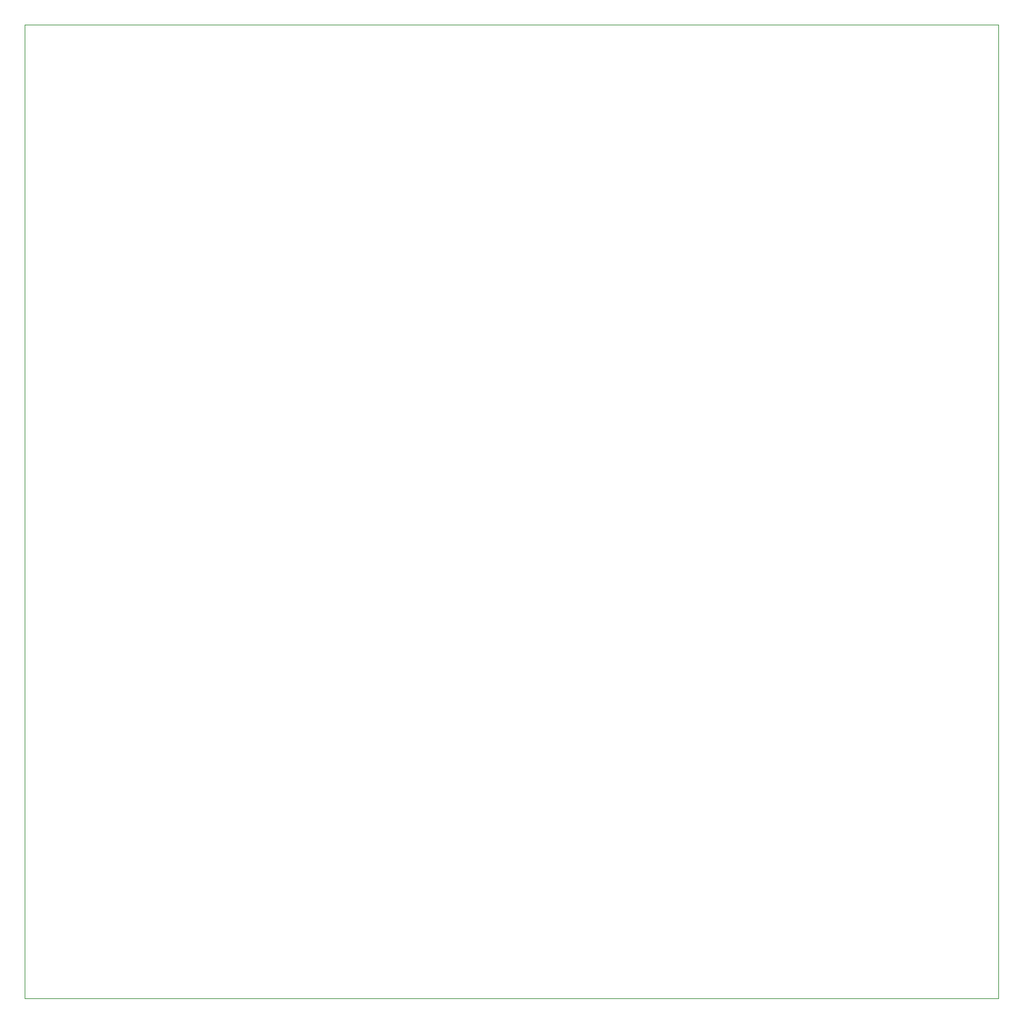
<source format=gm1>
G04 #@! TF.GenerationSoftware,KiCad,Pcbnew,(5.1.6)-1*
G04 #@! TF.CreationDate,2021-04-26T19:55:33-05:00*
G04 #@! TF.ProjectId,capstone-led,63617073-746f-46e6-952d-6c65642e6b69,rev?*
G04 #@! TF.SameCoordinates,Original*
G04 #@! TF.FileFunction,Profile,NP*
%FSLAX46Y46*%
G04 Gerber Fmt 4.6, Leading zero omitted, Abs format (unit mm)*
G04 Created by KiCad (PCBNEW (5.1.6)-1) date 2021-04-26 19:55:33*
%MOMM*%
%LPD*%
G01*
G04 APERTURE LIST*
G04 #@! TA.AperFunction,Profile*
%ADD10C,0.100000*%
G04 #@! TD*
G04 APERTURE END LIST*
D10*
X35560000Y-162560000D02*
X35560000Y-35560000D01*
X162560000Y-162560000D02*
X35560000Y-162560000D01*
X162560000Y-35560000D02*
X162560000Y-162560000D01*
X35560000Y-35560000D02*
X162560000Y-35560000D01*
M02*

</source>
